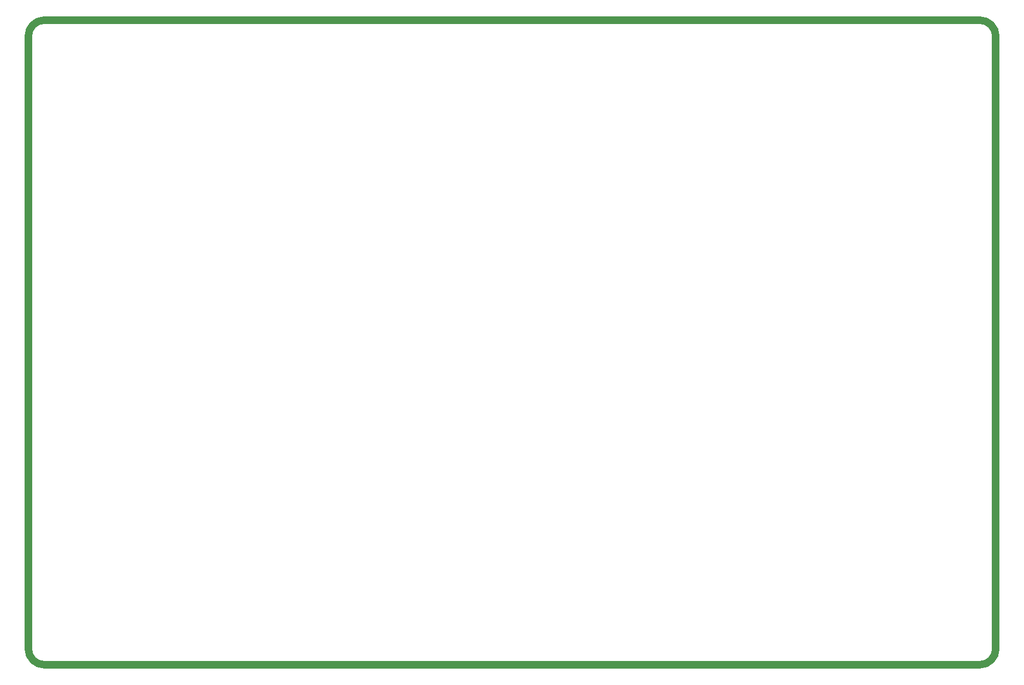
<source format=gm1>
G04*
G04 #@! TF.GenerationSoftware,Altium Limited,Altium Designer,24.6.1 (21)*
G04*
G04 Layer_Color=16711935*
%FSLAX25Y25*%
%MOIN*%
G70*
G04*
G04 #@! TF.SameCoordinates,5EFEE535-70E5-4D74-9779-55D0C0DC933D*
G04*
G04*
G04 #@! TF.FilePolarity,Positive*
G04*
G01*
G75*
%ADD108C,0.04724*%
D108*
X24676Y28473D02*
G03*
X34519Y18631I9843J0D01*
G01*
X605385D02*
G03*
X615227Y28473I0J9843D01*
G01*
Y402489D02*
G03*
X605385Y412332I-9843J0D01*
G01*
X34519D02*
G03*
X24676Y402489I0J-9843D01*
G01*
X34519Y18631D02*
X605385D01*
X615227Y28473D02*
Y402489D01*
X34519Y412332D02*
X605385D01*
X24676Y28473D02*
Y402489D01*
M02*

</source>
